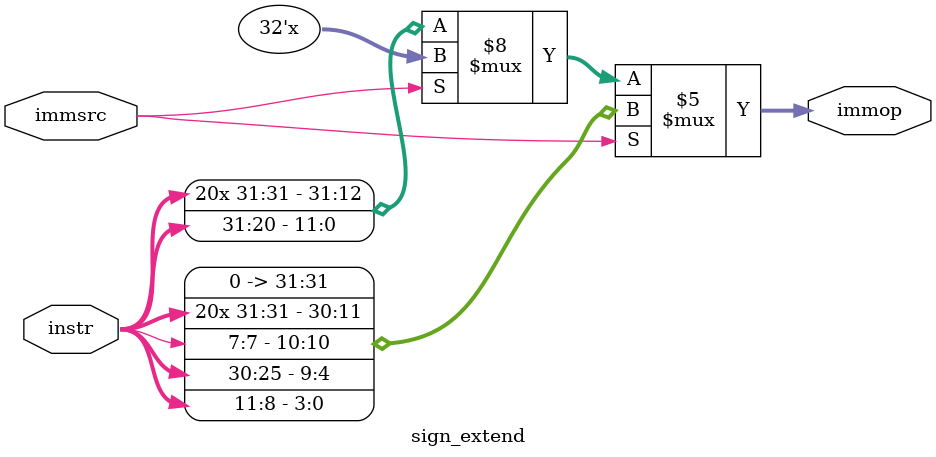
<source format=sv>
module sign_extend (
    input logic [31:0]   instr,
    input logic          immsrc,
    output logic [31:0]  immop       
);

always_comb begin
    if (immsrc == 0)
       immop = {{5'd20{instr[31]}}, instr[31:20]};
    if (immsrc == 1)
       immop = {{5'd20{instr[31]}}, instr[7], instr[30:25], instr[11:8]};
end
endmodule

</source>
